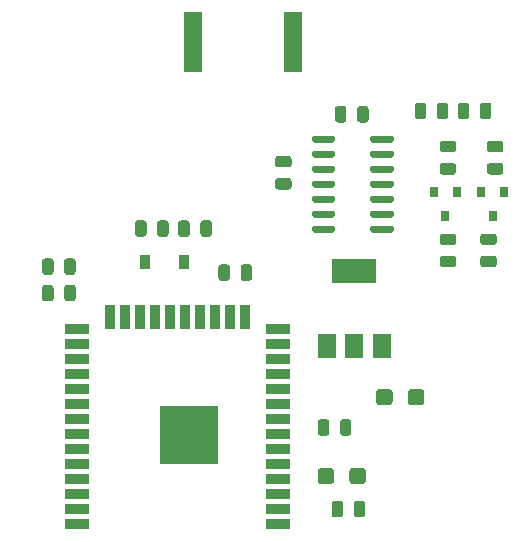
<source format=gtp>
G04 #@! TF.GenerationSoftware,KiCad,Pcbnew,(5.1.9-0-10_14)*
G04 #@! TF.CreationDate,2021-01-13T19:52:55+01:00*
G04 #@! TF.ProjectId,ithowifi,6974686f-7769-4666-992e-6b696361645f,rev?*
G04 #@! TF.SameCoordinates,Original*
G04 #@! TF.FileFunction,Paste,Top*
G04 #@! TF.FilePolarity,Positive*
%FSLAX46Y46*%
G04 Gerber Fmt 4.6, Leading zero omitted, Abs format (unit mm)*
G04 Created by KiCad (PCBNEW (5.1.9-0-10_14)) date 2021-01-13 19:52:55*
%MOMM*%
%LPD*%
G01*
G04 APERTURE LIST*
%ADD10R,2.000000X0.900000*%
%ADD11R,0.900000X2.000000*%
%ADD12R,5.000000X5.000000*%
%ADD13R,1.500000X2.000000*%
%ADD14R,3.800000X2.000000*%
%ADD15R,0.900000X1.200000*%
%ADD16R,1.500000X5.080000*%
%ADD17R,0.800000X0.900000*%
G04 APERTURE END LIST*
D10*
X87477600Y-148615400D03*
X87477600Y-147345400D03*
X87477600Y-146075400D03*
X87477600Y-144805400D03*
X87477600Y-143535400D03*
X87477600Y-142265400D03*
X87477600Y-140995400D03*
X87477600Y-139725400D03*
X87477600Y-138455400D03*
X87477600Y-137185400D03*
X87477600Y-135915400D03*
X87477600Y-134645400D03*
X87477600Y-133375400D03*
X87477600Y-132105400D03*
D11*
X90262600Y-131105400D03*
X91532600Y-131105400D03*
X92802600Y-131105400D03*
X94072600Y-131105400D03*
X95342600Y-131105400D03*
X96612600Y-131105400D03*
X97882600Y-131105400D03*
X99152600Y-131105400D03*
X100422600Y-131105400D03*
X101692600Y-131105400D03*
D10*
X104477600Y-132105400D03*
X104477600Y-133375400D03*
X104477600Y-134645400D03*
X104477600Y-135915400D03*
X104477600Y-137185400D03*
X104477600Y-138455400D03*
X104477600Y-139725400D03*
X104477600Y-140995400D03*
X104477600Y-142265400D03*
X104477600Y-143535400D03*
X104477600Y-144805400D03*
X104477600Y-146075400D03*
X104477600Y-147345400D03*
X104477600Y-148615400D03*
D12*
X96977600Y-141115400D03*
G36*
G01*
X101315700Y-127811850D02*
X101315700Y-126899350D01*
G75*
G02*
X101559450Y-126655600I243750J0D01*
G01*
X102046950Y-126655600D01*
G75*
G02*
X102290700Y-126899350I0J-243750D01*
G01*
X102290700Y-127811850D01*
G75*
G02*
X102046950Y-128055600I-243750J0D01*
G01*
X101559450Y-128055600D01*
G75*
G02*
X101315700Y-127811850I0J243750D01*
G01*
G37*
G36*
G01*
X99440700Y-127811850D02*
X99440700Y-126899350D01*
G75*
G02*
X99684450Y-126655600I243750J0D01*
G01*
X100171950Y-126655600D01*
G75*
G02*
X100415700Y-126899350I0J-243750D01*
G01*
X100415700Y-127811850D01*
G75*
G02*
X100171950Y-128055600I-243750J0D01*
G01*
X99684450Y-128055600D01*
G75*
G02*
X99440700Y-127811850I0J243750D01*
G01*
G37*
G36*
G01*
X114174500Y-137471599D02*
X114174500Y-138321601D01*
G75*
G02*
X113924501Y-138571600I-249999J0D01*
G01*
X113024499Y-138571600D01*
G75*
G02*
X112774500Y-138321601I0J249999D01*
G01*
X112774500Y-137471599D01*
G75*
G02*
X113024499Y-137221600I249999J0D01*
G01*
X113924501Y-137221600D01*
G75*
G02*
X114174500Y-137471599I0J-249999D01*
G01*
G37*
G36*
G01*
X116874500Y-137471599D02*
X116874500Y-138321601D01*
G75*
G02*
X116624501Y-138571600I-249999J0D01*
G01*
X115724499Y-138571600D01*
G75*
G02*
X115474500Y-138321601I0J249999D01*
G01*
X115474500Y-137471599D01*
G75*
G02*
X115724499Y-137221600I249999J0D01*
G01*
X116624501Y-137221600D01*
G75*
G02*
X116874500Y-137471599I0J-249999D01*
G01*
G37*
G36*
G01*
X110530400Y-145001801D02*
X110530400Y-144151799D01*
G75*
G02*
X110780399Y-143901800I249999J0D01*
G01*
X111680401Y-143901800D01*
G75*
G02*
X111930400Y-144151799I0J-249999D01*
G01*
X111930400Y-145001801D01*
G75*
G02*
X111680401Y-145251800I-249999J0D01*
G01*
X110780399Y-145251800D01*
G75*
G02*
X110530400Y-145001801I0J249999D01*
G01*
G37*
G36*
G01*
X107830400Y-145001801D02*
X107830400Y-144151799D01*
G75*
G02*
X108080399Y-143901800I249999J0D01*
G01*
X108980401Y-143901800D01*
G75*
G02*
X109230400Y-144151799I0J-249999D01*
G01*
X109230400Y-145001801D01*
G75*
G02*
X108980401Y-145251800I-249999J0D01*
G01*
X108080399Y-145251800D01*
G75*
G02*
X107830400Y-145001801I0J249999D01*
G01*
G37*
G36*
G01*
X85475900Y-128626550D02*
X85475900Y-129539050D01*
G75*
G02*
X85232150Y-129782800I-243750J0D01*
G01*
X84744650Y-129782800D01*
G75*
G02*
X84500900Y-129539050I0J243750D01*
G01*
X84500900Y-128626550D01*
G75*
G02*
X84744650Y-128382800I243750J0D01*
G01*
X85232150Y-128382800D01*
G75*
G02*
X85475900Y-128626550I0J-243750D01*
G01*
G37*
G36*
G01*
X87350900Y-128626550D02*
X87350900Y-129539050D01*
G75*
G02*
X87107150Y-129782800I-243750J0D01*
G01*
X86619650Y-129782800D01*
G75*
G02*
X86375900Y-129539050I0J243750D01*
G01*
X86375900Y-128626550D01*
G75*
G02*
X86619650Y-128382800I243750J0D01*
G01*
X87107150Y-128382800D01*
G75*
G02*
X87350900Y-128626550I0J-243750D01*
G01*
G37*
G36*
G01*
X85475900Y-126391350D02*
X85475900Y-127303850D01*
G75*
G02*
X85232150Y-127547600I-243750J0D01*
G01*
X84744650Y-127547600D01*
G75*
G02*
X84500900Y-127303850I0J243750D01*
G01*
X84500900Y-126391350D01*
G75*
G02*
X84744650Y-126147600I243750J0D01*
G01*
X85232150Y-126147600D01*
G75*
G02*
X85475900Y-126391350I0J-243750D01*
G01*
G37*
G36*
G01*
X87350900Y-126391350D02*
X87350900Y-127303850D01*
G75*
G02*
X87107150Y-127547600I-243750J0D01*
G01*
X86619650Y-127547600D01*
G75*
G02*
X86375900Y-127303850I0J243750D01*
G01*
X86375900Y-126391350D01*
G75*
G02*
X86619650Y-126147600I243750J0D01*
G01*
X87107150Y-126147600D01*
G75*
G02*
X87350900Y-126391350I0J-243750D01*
G01*
G37*
D13*
X108647200Y-133553600D03*
X113247200Y-133553600D03*
X110947200Y-133553600D03*
D14*
X110947200Y-127253600D03*
G36*
G01*
X94249900Y-124078050D02*
X94249900Y-123165550D01*
G75*
G02*
X94493650Y-122921800I243750J0D01*
G01*
X94981150Y-122921800D01*
G75*
G02*
X95224900Y-123165550I0J-243750D01*
G01*
X95224900Y-124078050D01*
G75*
G02*
X94981150Y-124321800I-243750J0D01*
G01*
X94493650Y-124321800D01*
G75*
G02*
X94249900Y-124078050I0J243750D01*
G01*
G37*
G36*
G01*
X92374900Y-124078050D02*
X92374900Y-123165550D01*
G75*
G02*
X92618650Y-122921800I243750J0D01*
G01*
X93106150Y-122921800D01*
G75*
G02*
X93349900Y-123165550I0J-243750D01*
G01*
X93349900Y-124078050D01*
G75*
G02*
X93106150Y-124321800I-243750J0D01*
G01*
X92618650Y-124321800D01*
G75*
G02*
X92374900Y-124078050I0J243750D01*
G01*
G37*
G36*
G01*
X109720800Y-140918250D02*
X109720800Y-140005750D01*
G75*
G02*
X109964550Y-139762000I243750J0D01*
G01*
X110452050Y-139762000D01*
G75*
G02*
X110695800Y-140005750I0J-243750D01*
G01*
X110695800Y-140918250D01*
G75*
G02*
X110452050Y-141162000I-243750J0D01*
G01*
X109964550Y-141162000D01*
G75*
G02*
X109720800Y-140918250I0J243750D01*
G01*
G37*
G36*
G01*
X107845800Y-140918250D02*
X107845800Y-140005750D01*
G75*
G02*
X108089550Y-139762000I243750J0D01*
G01*
X108577050Y-139762000D01*
G75*
G02*
X108820800Y-140005750I0J-243750D01*
G01*
X108820800Y-140918250D01*
G75*
G02*
X108577050Y-141162000I-243750J0D01*
G01*
X108089550Y-141162000D01*
G75*
G02*
X107845800Y-140918250I0J243750D01*
G01*
G37*
D15*
X93220000Y-126415800D03*
X96520000Y-126415800D03*
G36*
G01*
X110886900Y-147827050D02*
X110886900Y-146914550D01*
G75*
G02*
X111130650Y-146670800I243750J0D01*
G01*
X111618150Y-146670800D01*
G75*
G02*
X111861900Y-146914550I0J-243750D01*
G01*
X111861900Y-147827050D01*
G75*
G02*
X111618150Y-148070800I-243750J0D01*
G01*
X111130650Y-148070800D01*
G75*
G02*
X110886900Y-147827050I0J243750D01*
G01*
G37*
G36*
G01*
X109011900Y-147827050D02*
X109011900Y-146914550D01*
G75*
G02*
X109255650Y-146670800I243750J0D01*
G01*
X109743150Y-146670800D01*
G75*
G02*
X109986900Y-146914550I0J-243750D01*
G01*
X109986900Y-147827050D01*
G75*
G02*
X109743150Y-148070800I-243750J0D01*
G01*
X109255650Y-148070800D01*
G75*
G02*
X109011900Y-147827050I0J243750D01*
G01*
G37*
G36*
G01*
X97007500Y-123165550D02*
X97007500Y-124078050D01*
G75*
G02*
X96763750Y-124321800I-243750J0D01*
G01*
X96276250Y-124321800D01*
G75*
G02*
X96032500Y-124078050I0J243750D01*
G01*
X96032500Y-123165550D01*
G75*
G02*
X96276250Y-122921800I243750J0D01*
G01*
X96763750Y-122921800D01*
G75*
G02*
X97007500Y-123165550I0J-243750D01*
G01*
G37*
G36*
G01*
X98882500Y-123165550D02*
X98882500Y-124078050D01*
G75*
G02*
X98638750Y-124321800I-243750J0D01*
G01*
X98151250Y-124321800D01*
G75*
G02*
X97907500Y-124078050I0J243750D01*
G01*
X97907500Y-123165550D01*
G75*
G02*
X98151250Y-122921800I243750J0D01*
G01*
X98638750Y-122921800D01*
G75*
G02*
X98882500Y-123165550I0J-243750D01*
G01*
G37*
D16*
X97248400Y-107848400D03*
X105748400Y-107848400D03*
G36*
G01*
X117925000Y-114121250D02*
X117925000Y-113208750D01*
G75*
G02*
X118168750Y-112965000I243750J0D01*
G01*
X118656250Y-112965000D01*
G75*
G02*
X118900000Y-113208750I0J-243750D01*
G01*
X118900000Y-114121250D01*
G75*
G02*
X118656250Y-114365000I-243750J0D01*
G01*
X118168750Y-114365000D01*
G75*
G02*
X117925000Y-114121250I0J243750D01*
G01*
G37*
G36*
G01*
X116050000Y-114121250D02*
X116050000Y-113208750D01*
G75*
G02*
X116293750Y-112965000I243750J0D01*
G01*
X116781250Y-112965000D01*
G75*
G02*
X117025000Y-113208750I0J-243750D01*
G01*
X117025000Y-114121250D01*
G75*
G02*
X116781250Y-114365000I-243750J0D01*
G01*
X116293750Y-114365000D01*
G75*
G02*
X116050000Y-114121250I0J243750D01*
G01*
G37*
G36*
G01*
X105383650Y-120320100D02*
X104471150Y-120320100D01*
G75*
G02*
X104227400Y-120076350I0J243750D01*
G01*
X104227400Y-119588850D01*
G75*
G02*
X104471150Y-119345100I243750J0D01*
G01*
X105383650Y-119345100D01*
G75*
G02*
X105627400Y-119588850I0J-243750D01*
G01*
X105627400Y-120076350D01*
G75*
G02*
X105383650Y-120320100I-243750J0D01*
G01*
G37*
G36*
G01*
X105383650Y-118445100D02*
X104471150Y-118445100D01*
G75*
G02*
X104227400Y-118201350I0J243750D01*
G01*
X104227400Y-117713850D01*
G75*
G02*
X104471150Y-117470100I243750J0D01*
G01*
X105383650Y-117470100D01*
G75*
G02*
X105627400Y-117713850I0J-243750D01*
G01*
X105627400Y-118201350D01*
G75*
G02*
X105383650Y-118445100I-243750J0D01*
G01*
G37*
G36*
G01*
X120680300Y-113208750D02*
X120680300Y-114121250D01*
G75*
G02*
X120436550Y-114365000I-243750J0D01*
G01*
X119949050Y-114365000D01*
G75*
G02*
X119705300Y-114121250I0J243750D01*
G01*
X119705300Y-113208750D01*
G75*
G02*
X119949050Y-112965000I243750J0D01*
G01*
X120436550Y-112965000D01*
G75*
G02*
X120680300Y-113208750I0J-243750D01*
G01*
G37*
G36*
G01*
X122555300Y-113208750D02*
X122555300Y-114121250D01*
G75*
G02*
X122311550Y-114365000I-243750J0D01*
G01*
X121824050Y-114365000D01*
G75*
G02*
X121580300Y-114121250I0J243750D01*
G01*
X121580300Y-113208750D01*
G75*
G02*
X121824050Y-112965000I243750J0D01*
G01*
X122311550Y-112965000D01*
G75*
G02*
X122555300Y-113208750I0J-243750D01*
G01*
G37*
G36*
G01*
X118415750Y-125926000D02*
X119328250Y-125926000D01*
G75*
G02*
X119572000Y-126169750I0J-243750D01*
G01*
X119572000Y-126657250D01*
G75*
G02*
X119328250Y-126901000I-243750J0D01*
G01*
X118415750Y-126901000D01*
G75*
G02*
X118172000Y-126657250I0J243750D01*
G01*
X118172000Y-126169750D01*
G75*
G02*
X118415750Y-125926000I243750J0D01*
G01*
G37*
G36*
G01*
X118415750Y-124051000D02*
X119328250Y-124051000D01*
G75*
G02*
X119572000Y-124294750I0J-243750D01*
G01*
X119572000Y-124782250D01*
G75*
G02*
X119328250Y-125026000I-243750J0D01*
G01*
X118415750Y-125026000D01*
G75*
G02*
X118172000Y-124782250I0J243750D01*
G01*
X118172000Y-124294750D01*
G75*
G02*
X118415750Y-124051000I243750J0D01*
G01*
G37*
G36*
G01*
X121844750Y-125926000D02*
X122757250Y-125926000D01*
G75*
G02*
X123001000Y-126169750I0J-243750D01*
G01*
X123001000Y-126657250D01*
G75*
G02*
X122757250Y-126901000I-243750J0D01*
G01*
X121844750Y-126901000D01*
G75*
G02*
X121601000Y-126657250I0J243750D01*
G01*
X121601000Y-126169750D01*
G75*
G02*
X121844750Y-125926000I243750J0D01*
G01*
G37*
G36*
G01*
X121844750Y-124051000D02*
X122757250Y-124051000D01*
G75*
G02*
X123001000Y-124294750I0J-243750D01*
G01*
X123001000Y-124782250D01*
G75*
G02*
X122757250Y-125026000I-243750J0D01*
G01*
X121844750Y-125026000D01*
G75*
G02*
X121601000Y-124782250I0J243750D01*
G01*
X121601000Y-124294750D01*
G75*
G02*
X121844750Y-124051000I243750J0D01*
G01*
G37*
G36*
G01*
X118415750Y-118074400D02*
X119328250Y-118074400D01*
G75*
G02*
X119572000Y-118318150I0J-243750D01*
G01*
X119572000Y-118805650D01*
G75*
G02*
X119328250Y-119049400I-243750J0D01*
G01*
X118415750Y-119049400D01*
G75*
G02*
X118172000Y-118805650I0J243750D01*
G01*
X118172000Y-118318150D01*
G75*
G02*
X118415750Y-118074400I243750J0D01*
G01*
G37*
G36*
G01*
X118415750Y-116199400D02*
X119328250Y-116199400D01*
G75*
G02*
X119572000Y-116443150I0J-243750D01*
G01*
X119572000Y-116930650D01*
G75*
G02*
X119328250Y-117174400I-243750J0D01*
G01*
X118415750Y-117174400D01*
G75*
G02*
X118172000Y-116930650I0J243750D01*
G01*
X118172000Y-116443150D01*
G75*
G02*
X118415750Y-116199400I243750J0D01*
G01*
G37*
G36*
G01*
X123316050Y-117174400D02*
X122403550Y-117174400D01*
G75*
G02*
X122159800Y-116930650I0J243750D01*
G01*
X122159800Y-116443150D01*
G75*
G02*
X122403550Y-116199400I243750J0D01*
G01*
X123316050Y-116199400D01*
G75*
G02*
X123559800Y-116443150I0J-243750D01*
G01*
X123559800Y-116930650D01*
G75*
G02*
X123316050Y-117174400I-243750J0D01*
G01*
G37*
G36*
G01*
X123316050Y-119049400D02*
X122403550Y-119049400D01*
G75*
G02*
X122159800Y-118805650I0J243750D01*
G01*
X122159800Y-118318150D01*
G75*
G02*
X122403550Y-118074400I243750J0D01*
G01*
X123316050Y-118074400D01*
G75*
G02*
X123559800Y-118318150I0J-243750D01*
G01*
X123559800Y-118805650D01*
G75*
G02*
X123316050Y-119049400I-243750J0D01*
G01*
G37*
G36*
G01*
X109295900Y-114400650D02*
X109295900Y-113488150D01*
G75*
G02*
X109539650Y-113244400I243750J0D01*
G01*
X110027150Y-113244400D01*
G75*
G02*
X110270900Y-113488150I0J-243750D01*
G01*
X110270900Y-114400650D01*
G75*
G02*
X110027150Y-114644400I-243750J0D01*
G01*
X109539650Y-114644400D01*
G75*
G02*
X109295900Y-114400650I0J243750D01*
G01*
G37*
G36*
G01*
X111170900Y-114400650D02*
X111170900Y-113488150D01*
G75*
G02*
X111414650Y-113244400I243750J0D01*
G01*
X111902150Y-113244400D01*
G75*
G02*
X112145900Y-113488150I0J-243750D01*
G01*
X112145900Y-114400650D01*
G75*
G02*
X111902150Y-114644400I-243750J0D01*
G01*
X111414650Y-114644400D01*
G75*
G02*
X111170900Y-114400650I0J243750D01*
G01*
G37*
D17*
X118658600Y-122539000D03*
X117708600Y-120539000D03*
X119608600Y-120539000D03*
X122656600Y-122539000D03*
X121706600Y-120539000D03*
X123606600Y-120539000D03*
G36*
G01*
X107359000Y-116202600D02*
X107359000Y-115902600D01*
G75*
G02*
X107509000Y-115752600I150000J0D01*
G01*
X109159000Y-115752600D01*
G75*
G02*
X109309000Y-115902600I0J-150000D01*
G01*
X109309000Y-116202600D01*
G75*
G02*
X109159000Y-116352600I-150000J0D01*
G01*
X107509000Y-116352600D01*
G75*
G02*
X107359000Y-116202600I0J150000D01*
G01*
G37*
G36*
G01*
X107359000Y-117472600D02*
X107359000Y-117172600D01*
G75*
G02*
X107509000Y-117022600I150000J0D01*
G01*
X109159000Y-117022600D01*
G75*
G02*
X109309000Y-117172600I0J-150000D01*
G01*
X109309000Y-117472600D01*
G75*
G02*
X109159000Y-117622600I-150000J0D01*
G01*
X107509000Y-117622600D01*
G75*
G02*
X107359000Y-117472600I0J150000D01*
G01*
G37*
G36*
G01*
X107359000Y-118742600D02*
X107359000Y-118442600D01*
G75*
G02*
X107509000Y-118292600I150000J0D01*
G01*
X109159000Y-118292600D01*
G75*
G02*
X109309000Y-118442600I0J-150000D01*
G01*
X109309000Y-118742600D01*
G75*
G02*
X109159000Y-118892600I-150000J0D01*
G01*
X107509000Y-118892600D01*
G75*
G02*
X107359000Y-118742600I0J150000D01*
G01*
G37*
G36*
G01*
X107359000Y-120012600D02*
X107359000Y-119712600D01*
G75*
G02*
X107509000Y-119562600I150000J0D01*
G01*
X109159000Y-119562600D01*
G75*
G02*
X109309000Y-119712600I0J-150000D01*
G01*
X109309000Y-120012600D01*
G75*
G02*
X109159000Y-120162600I-150000J0D01*
G01*
X107509000Y-120162600D01*
G75*
G02*
X107359000Y-120012600I0J150000D01*
G01*
G37*
G36*
G01*
X107359000Y-121282600D02*
X107359000Y-120982600D01*
G75*
G02*
X107509000Y-120832600I150000J0D01*
G01*
X109159000Y-120832600D01*
G75*
G02*
X109309000Y-120982600I0J-150000D01*
G01*
X109309000Y-121282600D01*
G75*
G02*
X109159000Y-121432600I-150000J0D01*
G01*
X107509000Y-121432600D01*
G75*
G02*
X107359000Y-121282600I0J150000D01*
G01*
G37*
G36*
G01*
X107359000Y-122552600D02*
X107359000Y-122252600D01*
G75*
G02*
X107509000Y-122102600I150000J0D01*
G01*
X109159000Y-122102600D01*
G75*
G02*
X109309000Y-122252600I0J-150000D01*
G01*
X109309000Y-122552600D01*
G75*
G02*
X109159000Y-122702600I-150000J0D01*
G01*
X107509000Y-122702600D01*
G75*
G02*
X107359000Y-122552600I0J150000D01*
G01*
G37*
G36*
G01*
X107359000Y-123822600D02*
X107359000Y-123522600D01*
G75*
G02*
X107509000Y-123372600I150000J0D01*
G01*
X109159000Y-123372600D01*
G75*
G02*
X109309000Y-123522600I0J-150000D01*
G01*
X109309000Y-123822600D01*
G75*
G02*
X109159000Y-123972600I-150000J0D01*
G01*
X107509000Y-123972600D01*
G75*
G02*
X107359000Y-123822600I0J150000D01*
G01*
G37*
G36*
G01*
X112309000Y-123822600D02*
X112309000Y-123522600D01*
G75*
G02*
X112459000Y-123372600I150000J0D01*
G01*
X114109000Y-123372600D01*
G75*
G02*
X114259000Y-123522600I0J-150000D01*
G01*
X114259000Y-123822600D01*
G75*
G02*
X114109000Y-123972600I-150000J0D01*
G01*
X112459000Y-123972600D01*
G75*
G02*
X112309000Y-123822600I0J150000D01*
G01*
G37*
G36*
G01*
X112309000Y-122552600D02*
X112309000Y-122252600D01*
G75*
G02*
X112459000Y-122102600I150000J0D01*
G01*
X114109000Y-122102600D01*
G75*
G02*
X114259000Y-122252600I0J-150000D01*
G01*
X114259000Y-122552600D01*
G75*
G02*
X114109000Y-122702600I-150000J0D01*
G01*
X112459000Y-122702600D01*
G75*
G02*
X112309000Y-122552600I0J150000D01*
G01*
G37*
G36*
G01*
X112309000Y-121282600D02*
X112309000Y-120982600D01*
G75*
G02*
X112459000Y-120832600I150000J0D01*
G01*
X114109000Y-120832600D01*
G75*
G02*
X114259000Y-120982600I0J-150000D01*
G01*
X114259000Y-121282600D01*
G75*
G02*
X114109000Y-121432600I-150000J0D01*
G01*
X112459000Y-121432600D01*
G75*
G02*
X112309000Y-121282600I0J150000D01*
G01*
G37*
G36*
G01*
X112309000Y-120012600D02*
X112309000Y-119712600D01*
G75*
G02*
X112459000Y-119562600I150000J0D01*
G01*
X114109000Y-119562600D01*
G75*
G02*
X114259000Y-119712600I0J-150000D01*
G01*
X114259000Y-120012600D01*
G75*
G02*
X114109000Y-120162600I-150000J0D01*
G01*
X112459000Y-120162600D01*
G75*
G02*
X112309000Y-120012600I0J150000D01*
G01*
G37*
G36*
G01*
X112309000Y-118742600D02*
X112309000Y-118442600D01*
G75*
G02*
X112459000Y-118292600I150000J0D01*
G01*
X114109000Y-118292600D01*
G75*
G02*
X114259000Y-118442600I0J-150000D01*
G01*
X114259000Y-118742600D01*
G75*
G02*
X114109000Y-118892600I-150000J0D01*
G01*
X112459000Y-118892600D01*
G75*
G02*
X112309000Y-118742600I0J150000D01*
G01*
G37*
G36*
G01*
X112309000Y-117472600D02*
X112309000Y-117172600D01*
G75*
G02*
X112459000Y-117022600I150000J0D01*
G01*
X114109000Y-117022600D01*
G75*
G02*
X114259000Y-117172600I0J-150000D01*
G01*
X114259000Y-117472600D01*
G75*
G02*
X114109000Y-117622600I-150000J0D01*
G01*
X112459000Y-117622600D01*
G75*
G02*
X112309000Y-117472600I0J150000D01*
G01*
G37*
G36*
G01*
X112309000Y-116202600D02*
X112309000Y-115902600D01*
G75*
G02*
X112459000Y-115752600I150000J0D01*
G01*
X114109000Y-115752600D01*
G75*
G02*
X114259000Y-115902600I0J-150000D01*
G01*
X114259000Y-116202600D01*
G75*
G02*
X114109000Y-116352600I-150000J0D01*
G01*
X112459000Y-116352600D01*
G75*
G02*
X112309000Y-116202600I0J150000D01*
G01*
G37*
M02*

</source>
